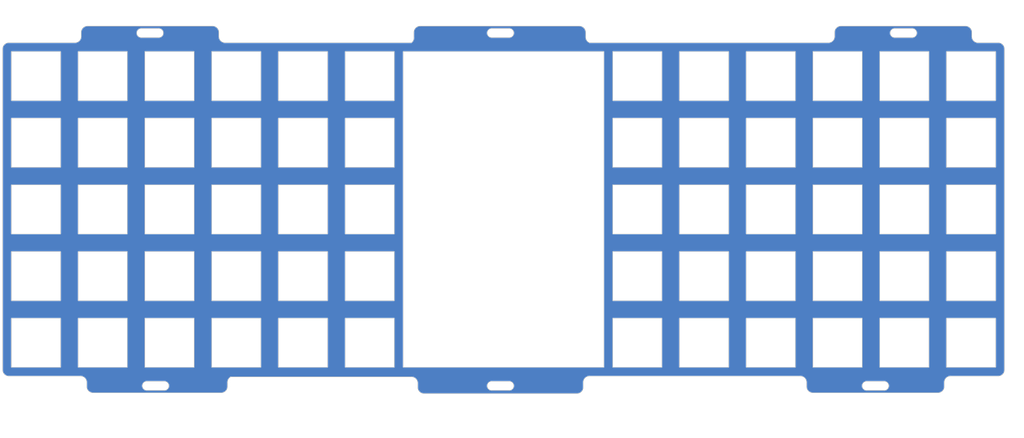
<source format=kicad_pcb>
(kicad_pcb (version 20211014) (generator pcbnew)
  (layers (0 "F.Cu" signal) (31 "B.Cu" signal) (34 "B.Paste" user) (35 "F.Paste" user) (36 "B.SilkS" user "B.Silkscreen") (37 "F.SilkS" user "F.Silkscreen") (38 "B.Mask" user) (39 "F.Mask" user) (44 "Edge.Cuts" user))
  (net 0 "")
  (gr_arc (start 219.760907 48.602419) (mid 219.58117 49.383245) (end 219.078157 50.006925) (layer "Edge.Cuts") (width 0.15))
  (gr_line (start 290.543642 52.507078) (end 290.543642 66.556453) (layer "Edge.Cuts") (width 0.15))
  (gr_line (start 309.594017 90.607238) (end 309.593781 104.656554) (layer "Edge.Cuts") (width 0.15))
  (gr_line (start 352.695059 128.706521) (end 366.744434 128.706341) (layer "Edge.Cuts") (width 0.15))
  (gr_line (start 200.145198 142.756411) (end 200.145198 128.706277) (layer "Edge.Cuts") (width 0.15))
  (gr_line (start 123.944406 71.557158) (end 137.994017 71.557158) (layer "Edge.Cuts") (width 0.15))
  (gr_line (start 276.494503 90.607238) (end 290.543642 90.607238) (layer "Edge.Cuts") (width 0.15))
  (gr_line (start 104.894503 104.656613) (end 104.894503 90.607238) (layer "Edge.Cuts") (width 0.15))
  (gr_line (start 295.544406 123.706693) (end 295.544406 109.657318) (layer "Edge.Cuts") (width 0.15))
  (gr_arc (start 371.12314 147.04202) (mid 371.646247 145.779125) (end 372.909151 145.25602) (layer "Edge.Cuts") (width 0.15))
  (gr_arc (start 219.760907 47.030425) (mid 220.284006 45.767519) (end 221.546907 45.244425) (layer "Edge.Cuts") (width 0.15))
  (gr_line (start 142.994781 142.756411) (end 142.994781 128.70701) (layer "Edge.Cuts") (width 0.15))
  (gr_line (start 118.943642 90.607238) (end 118.943642 104.656613) (layer "Edge.Cuts") (width 0.15))
  (gr_line (start 314.594781 123.706693) (end 314.594781 109.657318) (layer "Edge.Cuts") (width 0.15))
  (gr_arc (start 165.896657 50.006918) (mid 164.632946 49.484259) (end 164.109395 48.220919) (layer "Edge.Cuts") (width 0.15))
  (gr_line (start 118.943642 123.706693) (end 104.894503 123.706693) (layer "Edge.Cuts") (width 0.15))
  (gr_arc (start 222.650157 150.240304) (mid 221.387291 149.717182) (end 220.864157 148.454304) (layer "Edge.Cuts") (width 0.15))
  (gr_line (start 276.494503 109.657318) (end 290.543642 109.657318) (layer "Edge.Cuts") (width 0.15))
  (gr_line (start 314.594781 52.507078) (end 328.644156 52.507078) (layer "Edge.Cuts") (width 0.15))
  (gr_line (start 166.565426 148.229599) (end 166.565426 147.040975) (layer "Edge.Cuts") (width 0.15))
  (gr_line (start 142.994781 109.657318) (end 157.044156 109.657318) (layer "Edge.Cuts") (width 0.15))
  (gr_arc (start 361.978157 45.928818) (mid 363.278182 47.2288) (end 361.978157 48.528818) (layer "Edge.Cuts") (width 0.15))
  (gr_line (start 371.745198 123.706693) (end 371.745198 109.657318) (layer "Edge.Cuts") (width 0.15))
  (gr_line (start 176.094059 123.706516) (end 162.04492 123.706693) (layer "Edge.Cuts") (width 0.15))
  (gr_line (start 276.494503 123.706693) (end 276.494503 109.657318) (layer "Edge.Cuts") (width 0.15))
  (gr_arc (start 380.909157 50.006939) (mid 379.557316 49.537538) (end 378.983959 48.226372) (layer "Edge.Cuts") (width 0.15))
  (gr_line (start 328.644156 109.657318) (end 328.64392 123.706575) (layer "Edge.Cuts") (width 0.15))
  (gr_line (start 347.694295 128.706585) (end 347.694295 142.756411) (layer "Edge.Cuts") (width 0.15))
  (gr_line (start 157.04392 85.606415) (end 142.994781 85.606533) (layer "Edge.Cuts") (width 0.15))
  (gr_line (start 200.145198 71.557158) (end 200.145198 85.606533) (layer "Edge.Cuts") (width 0.15))
  (gr_line (start 118.943642 109.657318) (end 118.943642 123.706693) (layer "Edge.Cuts") (width 0.15))
  (gr_line (start 366.744434 90.607238) (end 366.744198 104.656377) (layer "Edge.Cuts") (width 0.15))
  (gr_line (start 104.182983 50.00691) (end 123.034657 50.006912) (layer "Edge.Cuts") (width 0.15))
  (gr_line (start 214.194573 52.507078) (end 214.194337 66.556158) (layer "Edge.Cuts") (width 0.15))
  (gr_line (start 142.994781 85.606533) (end 142.994781 71.557158) (layer "Edge.Cuts") (width 0.15))
  (gr_arc (start 143.553151 149.33251) (mid 142.253151 148.03251) (end 143.553151 146.73251) (layer "Edge.Cuts") (width 0.15))
  (gr_arc (start 377.19796 45.244445) (mid 378.460863 45.767541) (end 378.983959 47.030445) (layer "Edge.Cuts") (width 0.15))
  (gr_line (start 123.944406 104.656613) (end 123.944406 90.607238) (layer "Edge.Cuts") (width 0.15))
  (gr_line (start 176.094295 128.706585) (end 176.094295 142.756411) (layer "Edge.Cuts") (width 0.15))
  (gr_line (start 276.494503 128.707498) (end 290.543642 128.707118) (layer "Edge.Cuts") (width 0.15))
  (gr_line (start 195.144434 71.557158) (end 195.144198 85.606297) (layer "Edge.Cuts") (width 0.15))
  (gr_line (start 241.978157 48.528785) (end 246.978157 48.528785) (layer "Edge.Cuts") (width 0.15))
  (gr_arc (start 219.078151 145.479681) (mid 220.341082 146.00277) (end 220.864157 147.265681) (layer "Edge.Cuts") (width 0.15))
  (gr_line (start 341.619157 45.244441) (end 377.19796 45.244445) (layer "Edge.Cuts") (width 0.15))
  (gr_line (start 181.095059 104.656613) (end 181.095059 90.607238) (layer "Edge.Cuts") (width 0.15))
  (gr_line (start 276.494503 142.756411) (end 276.494503 128.707498) (layer "Edge.Cuts") (width 0.15))
  (gr_line (start 295.544406 90.607238) (end 309.594017 90.607238) (layer "Edge.Cuts") (width 0.15))
  (gr_line (start 137.994017 90.607238) (end 137.993781 104.656554) (layer "Edge.Cuts") (width 0.15))
  (gr_line (start 176.094059 66.556276) (end 162.04492 66.556453) (layer "Edge.Cuts") (width 0.15))
  (gr_line (start 118.943642 142.756411) (end 104.894503 142.756411) (layer "Edge.Cuts") (width 0.15))
  (gr_line (start 290.543642 66.556453) (end 276.494503 66.556453) (layer "Edge.Cuts") (width 0.15))
  (gr_line (start 385.794573 128.706097) (end 385.794573 142.756411) (layer "Edge.Cuts") (width 0.15))
  (gr_line (start 276.494503 104.656613) (end 276.494503 90.607238) (layer "Edge.Cuts") (width 0.15))
  (gr_arc (start 146.965657 45.928785) (mid 148.265657 47.228785) (end 146.965657 48.528785) (layer "Edge.Cuts") (width 0.15))
  (gr_arc (start 104.182928 145.2531) (mid 102.920063 144.730003) (end 102.396894 143.467169) (layer "Edge.Cuts") (width 0.15))
  (gr_line (start 141.965657 45.928785) (end 146.965657 45.928785) (layer "Edge.Cuts") (width 0.15))
  (gr_line (start 195.144434 52.507078) (end 195.144198 66.556217) (layer "Edge.Cuts") (width 0.15))
  (gr_line (start 181.095059 90.607238) (end 195.144434 90.607238) (layer "Edge.Cuts") (width 0.15))
  (gr_line (start 157.04392 104.656495) (end 142.994781 104.656613) (layer "Edge.Cuts") (width 0.15))
  (gr_arc (start 356.978157 48.528818) (mid 355.678182 47.2288) (end 356.978157 45.928818) (layer "Edge.Cuts") (width 0.15))
  (gr_line (start 371.745198 90.607238) (end 385.794573 90.607238) (layer "Edge.Cuts") (width 0.15))
  (gr_line (start 123.944406 85.606533) (end 123.944406 71.557158) (layer "Edge.Cuts") (width 0.15))
  (gr_line (start 295.544406 85.606533) (end 295.544406 71.557158) (layer "Edge.Cuts") (width 0.15))
  (gr_line (start 347.694295 142.756411) (end 333.64492 142.756411) (layer "Edge.Cuts") (width 0.15))
  (gr_line (start 333.61914 150.01559) (end 369.33714 150.01559) (layer "Edge.Cuts") (width 0.15))
  (gr_line (start 137.993781 123.706634) (end 123.944406 123.706693) (layer "Edge.Cuts") (width 0.15))
  (gr_line (start 157.044156 109.657318) (end 157.04392 123.706575) (layer "Edge.Cuts") (width 0.15))
  (gr_line (start 356.978157 45.928818) (end 361.978157 45.928818) (layer "Edge.Cuts") (width 0.15))
  (gr_arc (start 241.978157 48.528785) (mid 240.678215 47.2288) (end 241.978157 45.928785) (layer "Edge.Cuts") (width 0.15))
  (gr_arc (start 339.833157 47.030441) (mid 340.356247 45.767507) (end 341.619157 45.244441) (layer "Edge.Cuts") (width 0.15))
  (gr_line (start 352.695059 142.756411) (end 352.695059 128.706521) (layer "Edge.Cuts") (width 0.15))
  (gr_line (start 221.546907 45.244425) (end 266.996759 45.244431) (layer "Edge.Cuts") (width 0.15))
  (gr_line (start 142.994781 71.557158) (end 157.044156 71.557158) (layer "Edge.Cuts") (width 0.15))
  (gr_line (start 333.64492 123.706693) (end 333.64492 109.657318) (layer "Edge.Cuts") (width 0.15))
  (gr_line (start 290.543642 85.606533) (end 276.494503 85.606533) (layer "Edge.Cuts") (width 0.15))
  (gr_arc (start 141.965657 48.528785) (mid 140.665657 47.228785) (end 141.965657 45.928785) (layer "Edge.Cuts") (width 0.15))
  (gr_line (start 195.144434 109.657318) (end 195.144198 123.706457) (layer "Edge.Cuts") (width 0.15))
  (gr_line (start 290.543642 90.607238) (end 290.543642 104.656613) (layer "Edge.Cuts") (width 0.15))
  (gr_line (start 314.594781 66.556453) (end 314.594781 52.507078) (layer "Edge.Cuts") (width 0.15))
  (gr_line (start 200.145198 123.706693) (end 200.145198 109.657318) (layer "Edge.Cuts") (width 0.15))
  (gr_line (start 328.644156 128.70683) (end 328.644156 142.756411) (layer "Edge.Cuts") (width 0.15))
  (gr_line (start 200.145198 90.607238) (end 214.194573 90.607238) (layer "Edge.Cuts") (width 0.15))
  (gr_line (start 104.894503 66.556453) (end 104.894503 52.507078) (layer "Edge.Cuts") (width 0.15))
  (gr_line (start 104.894503 90.607238) (end 118.943642 90.607238) (layer "Edge.Cuts") (width 0.15))
  (gr_line (start 137.994017 128.707074) (end 137.994017 142.756411) (layer "Edge.Cuts") (width 0.15))
  (gr_line (start 290.543642 142.756411) (end 276.494503 142.756411) (layer "Edge.Cuts") (width 0.15))
  (gr_line (start 268.09214 148.454304) (end 268.09214 147.04121) (layer "Edge.Cuts") (width 0.15))
  (gr_line (start 214.194337 85.606238) (end 200.145198 85.606533) (layer "Edge.Cuts") (width 0.15))
  (gr_line (start 385.794337 66.556158) (end 371.745198 66.556453) (layer "Edge.Cuts") (width 0.15))
  (gr_line (start 141.965657 48.528785) (end 146.965657 48.528785) (layer "Edge.Cuts") (width 0.15))
  (gr_line (start 142.994781 66.556453) (end 142.994781 52.507078) (layer "Edge.Cuts") (width 0.15))
  (gr_line (start 157.04392 123.706575) (end 142.994781 123.706693) (layer "Edge.Cuts") (width 0.15))
  (gr_line (start 333.64492 90.607238) (end 347.694295 90.607238) (layer "Edge.Cuts") (width 0.15))
  (gr_arc (start 386.507842 50.00691) (mid 387.770771 50.530058) (end 388.293932 51.793) (layer "Edge.Cuts") (width 0.15))
  (gr_line (start 162.04492 123.706693) (end 162.04492 109.657318) (layer "Edge.Cuts") (width 0.15))
  (gr_line (start 195.144198 123.706457) (end 181.095059 123.706693) (layer "Edge.Cuts") (width 0.15))
  (gr_line (start 333.64492 128.706766) (end 347.694295 128.706585) (layer "Edge.Cuts") (width 0.15))
  (gr_line (start 241.978151 146.735469) (end 246.978151 146.735469) (layer "Edge.Cuts") (width 0.15))
  (gr_line (start 214.194337 104.656318) (end 200.145198 104.656613) (layer "Edge.Cuts") (width 0.15))
  (gr_line (start 118.943642 52.507078) (end 118.943642 66.556453) (layer "Edge.Cuts") (width 0.15))
  (gr_line (start 371.745198 109.657318) (end 385.794573 109.657318) (layer "Edge.Cuts") (width 0.15))
  (gr_line (start 347.694059 66.556276) (end 333.64492 66.556453) (layer "Edge.Cuts") (width 0.15))
  (gr_line (start 181.095059 123.706693) (end 181.095059 109.657318) (layer "Edge.Cuts") (width 0.15))
  (gr_line (start 385.794573 109.657318) (end 385.794337 123.706398) (layer "Edge.Cuts") (width 0.15))
  (gr_line (start 339.833157 47.030441) (end 339.833157 48.22094) (layer "Edge.Cuts") (width 0.15))
  (gr_line (start 314.594781 142.756411) (end 314.594781 128.70701) (layer "Edge.Cuts") (width 0.15))
  (gr_line (start 123.944406 52.507078) (end 137.994017 52.507078) (layer "Edge.Cuts") (width 0.15))
  (gr_line (start 167.484151 145.479684) (end 219.078151 145.479681) (layer "Edge.Cuts") (width 0.15))
  (gr_arc (start 241.978151 149.335469) (mid 240.678151 148.03547) (end 241.978151 146.735469) (layer "Edge.Cuts") (width 0.15))
  (gr_line (start 195.144198 66.556217) (end 181.095059 66.556453) (layer "Edge.Cuts") (width 0.15))
  (gr_line (start 137.994017 109.657318) (end 137.993781 123.706634) (layer "Edge.Cuts") (width 0.15))
  (gr_line (start 162.04492 90.607238) (end 176.094295 90.607238) (layer "Edge.Cuts") (width 0.15))
  (gr_line (start 309.594017 71.557158) (end 309.593781 85.606474) (layer "Edge.Cuts") (width 0.15))
  (gr_line (start 104.894503 71.557158) (end 118.943642 71.557158) (layer "Edge.Cuts") (width 0.15))
  (gr_line (start 200.145198 71.557158) (end 214.194573 71.557158) (layer "Edge.Cuts") (width 0.15))
  (gr_line (start 276.494503 52.507078) (end 290.543642 52.507078) (layer "Edge.Cuts") (width 0.15))
  (gr_line (start 273.996901 52.507078) (end 273.996901 142.756411) (layer "Edge.Cuts") (width 0.15))
  (gr_arc (start 339.833157 48.22094) (mid 339.310033 49.483792) (end 338.047157 50.00694) (layer "Edge.Cuts") (width 0.15))
  (gr_line (start 331.83314 148.22959) (end 331.83314 147.041582) (layer "Edge.Cuts") (width 0.15))
  (gr_line (start 309.594017 128.707074) (end 309.594017 142.756411) (layer "Edge.Cuts") (width 0.15))
  (gr_line (start 352.695059 71.557158) (end 366.744434 71.557158) (layer "Edge.Cuts") (width 0.15))
  (gr_line (start 214.194337 123.706398) (end 200.145198 123.706693) (layer "Edge.Cuts") (width 0.15))
  (gr_line (start 137.993781 66.556394) (end 123.944406 66.556453) (layer "Edge.Cuts") (width 0.15))
  (gr_line (start 333.64492 104.656613) (end 333.64492 90.607238) (layer "Edge.Cuts") (width 0.15))
  (gr_line (start 348.978151 146.738714) (end 353.978151 146.738714) (layer "Edge.Cuts") (width 0.15))
  (gr_line (start 366.744434 128.706341) (end 366.744434 142.756411) (layer "Edge.Cuts") (width 0.15))
  (gr_line (start 385.794573 52.507078) (end 385.794337 66.556158) (layer "Edge.Cuts") (width 0.15))
  (gr_line (start 137.993781 85.606474) (end 123.944406 85.606533) (layer "Edge.Cuts") (width 0.15))
  (gr_arc (start 269.878157 50.006932) (mid 269.081647 49.348878) (end 268.782758 48.359854) (layer "Edge.Cuts") (width 0.15))
  (gr_line (start 309.593781 66.556394) (end 295.544406 66.556453) (layer "Edge.Cuts") (width 0.15))
  (gr_line (start 200.145198 66.556453) (end 200.145198 52.507078) (layer "Edge.Cuts") (width 0.15))
  (gr_line (start 137.994017 71.557158) (end 137.993781 85.606474) (layer "Edge.Cuts") (width 0.15))
  (gr_arc (start 330.047151 145.255582) (mid 331.310017 145.778706) (end 331.83314 147.041582) (layer "Edge.Cuts") (width 0.15))
  (gr_line (start 123.944406 123.706693) (end 123.944406 109.657318) (layer "Edge.Cuts") (width 0.15))
  (gr_line (start 309.593781 85.606474) (end 295.544406 85.606533) (layer "Edge.Cuts") (width 0.15))
  (gr_line (start 142.994781 104.656613) (end 142.994781 90.607238) (layer "Edge.Cuts") (width 0.15))
  (gr_line (start 371.745198 128.706277) (end 385.794573 128.706097) (layer "Edge.Cuts") (width 0.15))
  (gr_line (start 309.594017 142.756411) (end 295.544406 142.756411) (layer "Edge.Cuts") (width 0.15))
  (gr_line (start 200.145198 52.507078) (end 214.194573 52.507078) (layer "Edge.Cuts") (width 0.15))
  (gr_line (start 181.095059 109.657318) (end 195.144434 109.657318) (layer "Edge.Cuts") (width 0.15))
  (gr_line (start 216.693932 52.507078) (end 273.996901 52.507078) (layer "Edge.Cuts") (width 0.15))
  (gr_line (start 200.145198 109.657318) (end 214.194573 109.657318) (layer "Edge.Cuts") (width 0.15))
  (gr_line (start 333.64492 71.557158) (end 347.694295 71.557158) (layer "Edge.Cuts") (width 0.15))
  (gr_line (start 366.744198 104.656377) (end 352.695059 104.656613) (layer "Edge.Cuts") (width 0.15))
  (gr_line (start 371.745198 85.606533) (end 371.745198 71.557158) (layer "Edge.Cuts") (width 0.15))
  (gr_line (start 137.994017 52.507078) (end 137.993781 66.556394) (layer "Edge.Cuts") (width 0.15))
  (gr_line (start 142.994781 52.507078) (end 157.044156 52.507078) (layer "Edge.Cuts") (width 0.15))
  (gr_line (start 371.745198 66.556453) (end 371.745198 52.507078) (layer "Edge.Cuts") (width 0.15))
  (gr_line (start 333.64492 66.556453) (end 333.64492 52.507078) (layer "Edge.Cuts") (width 0.15))
  (gr_line (start 352.695059 52.507078) (end 366.744434 52.507078) (layer "Edge.Cuts") (width 0.15))
  (gr_line (start 328.644156 90.607238) (end 328.64392 104.656495) (layer "Edge.Cuts") (width 0.15))
  (gr_line (start 157.044156 71.557158) (end 157.04392 85.606415) (layer "Edge.Cuts") (width 0.15))
  (gr_line (start 142.994781 123.706693) (end 142.994781 109.657318) (layer "Edge.Cuts") (width 0.15))
  (gr_arc (start 371.12314 148.22959) (mid 370.600039 149.492503) (end 369.33714 150.01559) (layer "Edge.Cuts") (width 0.15))
  (gr_line (start 276.494503 85.606533) (end 276.494503 71.557158) (layer "Edge.Cuts") (width 0.15))
  (gr_line (start 176.094295 52.507078) (end 176.094059 66.556276) (layer "Edge.Cuts") (width 0.15))
  (gr_line (start 214.194573 71.557158) (end 214.194337 85.606238) (layer "Edge.Cuts") (width 0.15))
  (gr_line (start 214.194573 142.756411) (end 200.145198 142.756411) (layer "Edge.Cuts") (width 0.15))
  (gr_line (start 102.396895 143.467169) (end 102.396907 51.792996) (layer "Edge.Cuts") (width 0.15))
  (gr_line (start 162.04492 142.756411) (end 162.04492 128.706766) (layer "Edge.Cuts") (width 0.15))
  (gr_line (start 366.744434 52.507078) (end 366.744198 66.556217) (layer "Edge.Cuts") (width 0.15))
  (gr_arc (start 124.622151 145.253741) (mid 125.885013 145.776865) (end 126.408104 147.03974) (layer "Edge.Cuts") (width 0.15))
  (gr_line (start 347.694059 123.706516) (end 333.64492 123.706693) (layer "Edge.Cuts") (width 0.15))
  (gr_line (start 123.944406 142.756411) (end 123.944406 128.707074) (layer "Edge.Cuts") (width 0.15))
  (gr_line (start 366.744198 85.606297) (end 352.695059 85.606533) (layer "Edge.Cuts") (width 0.15))
  (gr_line (start 142.994781 128.70701) (end 157.044156 128.70683) (layer "Edge.Cuts") (width 0.15))
  (gr_line (start 385.794573 71.557158) (end 385.794337 85.606238) (layer "Edge.Cuts") (width 0.15))
  (gr_line (start 314.594781 90.607238) (end 328.644156 90.607238) (layer "Edge.Cuts") (width 0.15))
  (gr_line (start 366.744198 123.706457) (end 352.695059 123.706693) (layer "Edge.Cuts") (width 0.15))
  (gr_line (start 195.144434 128.706341) (end 195.144434 142.756411) (layer "Edge.Cuts") (width 0.15))
  (gr_line (start 333.64492 109.657318) (end 347.694295 109.657318) (layer "Edge.Cuts") (width 0.15))
  (gr_line (start 356.978157 48.528818) (end 361.978157 48.528818) (layer "Edge.Cuts") (width 0.15))
  (gr_line (start 123.944406 128.707074) (end 137.994017 128.707074) (layer "Edge.Cuts") (width 0.15))
  (gr_line (start 378.983959 47.030445) (end 378.983959 48.226372) (layer "Edge.Cuts") (width 0.15))
  (gr_line (start 385.794337 85.606238) (end 371.745198 85.606533) (layer "Edge.Cuts") (width 0.15))
  (gr_line (start 333.64492 52.507078) (end 347.694295 52.507078) (layer "Edge.Cuts") (width 0.15))
  (gr_line (start 276.494503 71.557158) (end 290.543642 71.557158) (layer "Edge.Cuts") (width 0.15))
  (gr_line (start 295.544406 52.507078) (end 309.594017 52.507078) (layer "Edge.Cuts") (width 0.15))
  (gr_line (start 200.145198 128.706277) (end 214.194573 128.706097) (layer "Edge.Cuts") (width 0.15))
  (gr_line (start 162.04492 52.507078) (end 176.094295 52.507078) (layer "Edge.Cuts") (width 0.15))
  (gr_line (start 328.64392 85.606415) (end 314.594781 85.606533) (layer "Edge.Cuts") (width 0.15))
  (gr_line (start 123.944406 142.756411) (end 137.994017 142.756411) (layer "Edge.Cuts") (width 0.15))
  (gr_line (start 162.04492 104.656613) (end 162.04492 90.607238) (layer "Edge.Cuts") (width 0.15))
  (gr_line (start 104.894503 109.657318) (end 118.943642 109.657318) (layer "Edge.Cuts") (width 0.15))
  (gr_line (start 352.695059 90.607238) (end 366.744434 90.607238) (layer "Edge.Cuts") (width 0.15))
  (gr_arc (start 102.396901 51.792996) (mid 102.920033 50.530043) (end 104.182983 50.006904) (layer "Edge.Cuts") (width 0.15))
  (gr_arc (start 388.293931 143.470299) (mid 387.770782 144.733289) (end 386.507789 145.256372) (layer "Edge.Cuts") (width 0.15))
  (gr_line (start 295.544406 128.707118) (end 309.594017 128.707074) (layer "Edge.Cuts") (width 0.15))
  (gr_arc (start 333.61914 150.01559) (mid 332.356225 149.492496) (end 331.83314 148.22959) (layer "Edge.Cuts") (width 0.15))
  (gr_line (start 123.944406 90.607238) (end 137.994017 90.607238) (layer "Edge.Cuts") (width 0.15))
  (gr_line (start 104.894503 85.606533) (end 104.894503 71.557158) (layer "Edge.Cuts") (width 0.15))
  (gr_line (start 347.694059 104.656436) (end 333.64492 104.656613) (layer "Edge.Cuts") (width 0.15))
  (gr_line (start 123.944406 66.556453) (end 123.944406 52.507078) (layer "Edge.Cuts") (width 0.15))
  (gr_line (start 328.64392 104.656495) (end 314.594781 104.656613) (layer "Edge.Cuts") (width 0.15))
  (gr_line (start 352.695059 85.606533) (end 352.695059 71.557158) (layer "Edge.Cuts") (width 0.15))
  (gr_line (start 118.943642 142.756411) (end 118.943642 128.707498) (layer "Edge.Cuts") (width 0.15))
  (gr_line (start 162.04492 71.557158) (end 176.094295 71.557158) (layer "Edge.Cuts") (width 0.15))
  (gr_line (start 371.745198 52.507078) (end 385.794573 52.507078) (layer "Edge.Cuts") (width 0.15))
  (gr_line (start 118.943642 85.606533) (end 104.894503 85.606533) (layer "Edge.Cuts") (width 0.15))
  (gr_line (start 366.744434 109.657318) (end 366.744198 123.706457) (layer "Edge.Cuts") (width 0.15))
  (gr_line (start 162.04492 66.556453) (end 162.04492 52.507078) (layer "Edge.Cuts") (width 0.15))
  (gr_line (start 176.094295 71.557158) (end 176.094059 85.606356) (layer "Edge.Cuts") (width 0.15))
  (gr_arc (start 348.978151 149.338714) (mid 347.678186 148.0387) (end 348.978151 146.738714) (layer "Edge.Cuts") (width 0.15))
  (gr_line (start 273.996901 142.756411) (end 216.693931 142.756411) (layer "Edge.Cuts") (width 0.15))
  (gr_line (start 290.543642 71.557158) (end 290.543642 85.606533) (layer "Edge.Cuts") (width 0.15))
  (gr_line (start 290.543642 142.756411) (end 290.543642 128.707118) (layer "Edge.Cuts") (width 0.15))
  (gr_line (start 143.553151 146.73251) (end 148.553151 146.73251) (layer "Edge.Cuts") (width 0.15))
  (gr_arc (start 166.565426 148.229599) (mid 166.042319 149.492491) (end 164.779426 150.015599) (layer "Edge.Cuts") (width 0.15))
  (gr_line (start 372.909151 145.25602) (end 386.507789 145.256372) (layer "Edge.Cuts") (width 0.15))
  (gr_line (start 333.64492 85.606533) (end 333.64492 71.557158) (layer "Edge.Cuts") (width 0.15))
  (gr_line (start 352.695059 123.706693) (end 352.695059 109.657318) (layer "Edge.Cuts") (width 0.15))
  (gr_line (start 216.693931 142.756411) (end 216.693932 52.507078) (layer "Edge.Cuts") (width 0.15))
  (gr_arc (start 148.553151 146.73251) (mid 149.853151 148.03251) (end 148.553151 149.33251) (layer "Edge.Cuts") (width 0.15))
  (gr_line (start 214.194573 109.657318) (end 214.194337 123.706398) (layer "Edge.Cuts") (width 0.15))
  (gr_line (start 314.594781 71.557158) (end 328.644156 71.557158) (layer "Edge.Cuts") (width 0.15))
  (gr_arc (start 124.820657 47.030413) (mid 125.343764 45.76752) (end 126.606657 45.244413) (layer "Edge.Cuts") (width 0.15))
  (gr_arc (start 353.978151 146.738714) (mid 355.278186 148.0387) (end 353.978151 149.338714) (layer "Edge.Cuts") (width 0.15))
  (gr_line (start 371.12314 148.22959) (end 371.12314 147.04202) (layer "Edge.Cuts") (width 0.15))
  (gr_line (start 104.894503 142.756411) (end 104.894503 128.707498) (layer "Edge.Cuts") (width 0.15))
  (gr_line (start 380.909157 50.006939) (end 386.507842 50.00691) (layer "Edge.Cuts") (width 0.15))
  (gr_line (start 347.694295 71.557158) (end 347.694059 85.606356) (layer "Edge.Cuts") (width 0.15))
  (gr_arc (start 124.820657 48.220912) (mid 124.297549 49.483804) (end 123.034657 50.006912) (layer "Edge.Cuts") (width 0.15))
  (gr_line (start 195.144198 85.606297) (end 181.095059 85.606533) (layer "Edge.Cuts") (width 0.15))
  (gr_line (start 126.606657 45.244413) (end 162.323395 45.244418) (layer "Edge.Cuts") (width 0.15))
  (gr_line (start 162.04492 85.606533) (end 162.04492 71.557158) (layer "Edge.Cuts") (width 0.15))
  (gr_line (start 220.864157 148.454304) (end 220.864157 147.265681) (layer "Edge.Cuts") (width 0.15))
  (gr_line (start 157.04392 66.556335) (end 142.994781 66.556453) (layer "Edge.Cuts") (width 0.15))
  (gr_line (start 385.794337 123.706398) (end 371.745198 123.706693) (layer "Edge.Cuts") (width 0.15))
  (gr_line (start 371.745198 142.756411) (end 371.745198 128.706277) (layer "Edge.Cuts") (width 0.15))
  (gr_arc (start 162.323395 45.244418) (mid 163.586292 45.767523) (end 164.109395 47.030418) (layer "Edge.Cuts") (width 0.15))
  (gr_line (start 328.64392 66.556335) (end 314.594781 66.556453) (layer "Edge.Cuts") (width 0.15))
  (gr_line (start 371.745198 104.656613) (end 371.745198 90.607238) (layer "Edge.Cuts") (width 0.15))
  (gr_line (start 165.896657 50.006918) (end 219.078157 50.006925) (layer "Edge.Cuts") (width 0.15))
  (gr_line (start 328.644156 71.557158) (end 328.64392 85.606415) (layer "Edge.Cuts") (width 0.15))
  (gr_line (start 104.894503 123.706693) (end 104.894503 109.657318) (layer "Edge.Cuts") (width 0.15))
  (gr_line (start 104.182928 145.253099) (end 124.622151 145.253741) (layer "Edge.Cuts") (width 0.15))
  (gr_line (start 214.194573 90.607238) (end 214.194337 104.656318) (layer "Edge.Cuts") (width 0.15))
  (gr_line (start 241.978157 45.928785) (end 246.978157 45.928785) (layer "Edge.Cuts") (width 0.15))
  (gr_arc (start 266.996759 45.244431) (mid 268.259667 45.767526) (end 268.782758 47.030431) (layer "Edge.Cuts") (width 0.15))
  (gr_line (start 214.194337 66.556158) (end 200.145198 66.556453) (layer "Edge.Cuts") (width 0.15))
  (gr_arc (start 246.978151 146.735469) (mid 248.278231 148.0355) (end 246.978151 149.335469) (layer "Edge.Cuts") (width 0.15))
  (gr_line (start 157.044156 52.507078) (end 157.04392 66.556335) (layer "Edge.Cuts") (width 0.15))
  (gr_line (start 328.644156 142.756411) (end 314.594781 142.756411) (layer "Edge.Cuts") (width 0.15))
  (gr_line (start 295.544406 104.656613) (end 295.544406 90.607238) (layer "Edge.Cuts") (width 0.15))
  (gr_line (start 143.553151 149.33251) (end 148.553151 149.33251) (layer "Edge.Cuts") (width 0.15))
  (gr_line (start 295.544406 109.657318) (end 309.594017 109.657318) (layer "Edge.Cuts") (width 0.15))
  (gr_line (start 181.095059 85.606533) (end 181.095059 71.557158) (layer "Edge.Cuts") (width 0.15))
  (gr_arc (start 246.978157 45.928785) (mid 248.278215 47.2288) (end 246.978157 48.528785) (layer "Edge.Cuts") (width 0.15))
  (gr_line (start 366.744434 71.557158) (end 366.744198 85.606297) (layer "Edge.Cuts") (width 0.15))
  (gr_line (start 385.794573 90.607238) (end 385.794337 104.656318) (layer "Edge.Cuts") (width 0.15))
  (gr_line (start 118.943642 66.556453) (end 104.894503 66.556453) (layer "Edge.Cuts") (width 0.15))
  (gr_line (start 295.544406 71.557158) (end 309.594017 71.557158) (layer "Edge.Cuts") (width 0.15))
  (gr_arc (start 268.09214 147.04121) (mid 268.61525 145.778321) (end 269.878151 145.25521) (layer "Edge.Cuts") (width 0.15))
  (gr_line (start 309.593781 104.656554) (end 295.544406 104.656613) (layer "Edge.Cuts") (width 0.15))
  (gr_line (start 124.820657 47.030413) (end 124.820657 48.220912) (layer "Edge.Cuts") (width 0.15))
  (gr_line (start 118.943642 104.656613) (end 104.894503 104.656613) (layer "Edge.Cuts") (width 0.15))
  (gr_line (start 195.144434 142.756411) (end 181.095059 142.756411) (layer "Edge.Cuts") (width 0.15))
  (gr_line (start 333.64492 142.756411) (end 333.64492 128.706766) (layer "Edge.Cuts") (width 0.15))
  (gr_line (start 176.094295 142.756411) (end 162.04492 142.756411) (layer "Edge.Cuts") (width 0.15))
  (gr_line (start 162.04492 109.657318) (end 176.094295 109.657318) (layer "Edge.Cuts") (width 0.15))
  (gr_line (start 314.594781 85.606533) (end 314.594781 71.557158) (layer "Edge.Cuts") (width 0.15))
  (gr_line (start 347.694295 109.657318) (end 347.694059 123.706516) (layer "Edge.Cuts") (width 0.15))
  (gr_line (start 268.782758 47.030431) (end 268.782758 48.359854) (layer "Edge.Cuts") (width 0.15))
  (gr_line (start 352.695059 66.556453) (end 352.695059 52.507078) (layer "Edge.Cuts") (width 0.15))
  (gr_line (start 241.978151 149.335469) (end 246.978151 149.335469) (layer "Edge.Cuts") (width 0.15))
  (gr_line (start 309.593781 123.706634) (end 295.544406 123.706693) (layer "Edge.Cuts") (width 0.15))
  (gr_line (start 309.594017 109.657318) (end 309.593781 123.706634) (layer "Edge.Cuts") (width 0.15))
  (gr_line (start 162.04492 128.706766) (end 176.094295 128.706585) (layer "Edge.Cuts") (width 0.15))
  (gr_line (start 118.943642 71.557158) (end 118.943642 85.606533) (layer "Edge.Cuts") (width 0.15))
  (gr_line (start 348.978151 149.338714) (end 353.978151 149.338714) (layer "Edge.Cuts") (width 0.15))
  (gr_line (start 328.64392 123.706575) (end 314.594781 123.706693) (layer "Edge.Cuts") (width 0.15))
  (gr_line (start 195.144198 104.656377) (end 181.095059 104.656613) (layer "Edge.Cuts") (width 0.15))
  (gr_arc (start 128.194104 150.015599) (mid 126.931211 149.492492) (end 126.408104 148.229599) (layer "Edge.Cuts") (width 0.15))
  (gr_line (start 366.744198 66.556217) (end 352.695059 66.556453) (layer "Edge.Cuts") (width 0.15))
  (gr_line (start 176.094295 109.657318) (end 176.094059 123.706516) (layer "Edge.Cuts") (width 0.15))
  (gr_line (start 157.044156 90.607238) (end 157.04392 104.656495) (layer "Edge.Cuts") (width 0.15))
  (gr_line (start 309.594017 52.507078) (end 309.593781 66.556394) (layer "Edge.Cuts") (width 0.15))
  (gr_line (start 157.044156 128.70683) (end 157.044156 142.756411) (layer "Edge.Cuts") (width 0.15))
  (gr_line (start 200.145198 104.656613) (end 200.145198 90.607238) (layer "Edge.Cuts") (width 0.15))
  (gr_line (start 385.794337 104.656318) (end 371.745198 104.656613) (layer "Edge.Cuts") (width 0.15))
  (gr_line (start 385.794573 142.756411) (end 371.745198 142.756411) (layer "Edge.Cuts") (width 0.15))
  (gr_line (start 176.094059 104.656436) (end 162.04492 104.656613) (layer "Edge.Cuts") (width 0.15))
  (gr_line (start 347.694295 52.507078) (end 347.694059 66.556276) (layer "Edge.Cuts") (width 0.15))
  (gr_line (start 314.594781 104.656613) (end 314.594781 90.607238) (layer "Edge.Cuts") (width 0.15))
  (gr_line (start 181.095059 142.756411) (end 181.095059 128.706521) (layer "Edge.Cuts") (width 0.15))
  (gr_line (start 104.894503 128.707498) (end 118.943642 128.707498) (layer "Edge.Cuts") (width 0.15))
  (gr_line (start 142.994781 90.607238) (end 157.044156 90.607238) (layer "Edge.Cuts") (width 0.15))
  (gr_line (start 290.543642 104.656613) (end 276.494503 104.656613) (layer "Edge.Cuts") (width 0.15))
  (gr_line (start 214.194573 128.706097) (end 214.194573 142.756411) (layer "Edge.Cuts") (width 0.15))
  (gr_line (start 388.293932 51.793) (end 388.293931 143.470299) (layer "Edge.Cuts") (width 0.15))
  (gr_line (start 269.878157 50.006932) (end 338.047157 50.00694) (layer "Edge.Cuts") (width 0.15))
  (gr_arc (start 268.09214 148.454304) (mid 267.569034 149.717208) (end 266.30614 150.240304) (layer "Edge.Cuts") (width 0.15))
  (gr_line (start 195.144434 90.607238) (end 195.144198 104.656377) (layer "Edge.Cuts") (width 0.15))
  (gr_line (start 164.109395 47.030418) (end 164.109395 48.220919) (layer "Edge.Cuts") (width 0.15))
  (gr_line (start 137.993781 104.656554) (end 123.944406 104.656613) (layer "Edge.Cuts") (width 0.15))
  (gr_line (start 352.695059 104.656613) (end 352.695059 90.607238) (layer "Edge.Cuts") (width 0.15))
  (gr_line (start 181.095059 66.556453) (end 181.095059 52.507078) (layer "Edge.Cuts") (width 0.15))
  (gr_line (start 222.650157 150.240304) (end 266.30614 150.240304) (layer "Edge.Cuts") (width 0.15))
  (gr_line (start 181.095059 128.706521) (end 195.144434 128.706341) (layer "Edge.Cuts") (width 0.15))
  (gr_line (start 269.878151 145.25521) (end 330.047151 145.255582) (layer "Edge.Cuts") (width 0.15))
  (gr_line (start 314.594781 128.70701) (end 328.644156 128.70683) (layer "Edge.Cuts") (width 0.15))
  (gr_line (start 352.695059 109.657318) (end 366.744434 109.657318) (layer "Edge.Cuts") (width 0.15))
  (gr_line (start 176.094059 85.606356) (end 162.04492 85.606533) (layer "Edge.Cuts") (width 0.15))
  (gr_line (start 128.194104 150.015599) (end 164.779426 150.015599) (layer "Edge.Cuts") (width 0.15))
  (gr_line (start 295.544406 128.707118) (end 295.544406 142.756411) (layer "Edge.Cuts") (width 0.15))
  (gr_line (start 219.760907 47.030425) (end 219.760907 48.602419) (layer "Edge.Cuts") (width 0.15))
  (gr_line (start 295.544406 66.556453) (end 295.544406 52.507078) (layer "Edge.Cuts") (width 0.15))
  (gr_line (start 366.744434 142.756411) (end 352.695059 142.756411) (layer "Edge.Cuts") (width 0.15))
  (gr_line (start 181.095059 52.507078) (end 195.144434 52.507078) (layer "Edge.Cuts") (width 0.15))
  (gr_line (start 276.494503 66.556453) (end 276.494503 52.507078) (layer "Edge.Cuts") (width 0.15))
  (gr_line (start 104.894503 52.507078) (end 118.943642 52.507078) (layer "Edge.Cuts") (width 0.15))
  (gr_line (start 328.644156 52.507078) (end 328.64392 66.556335) (layer "Edge.Cuts") (width 0.15))
  (gr_line (start 126.408104 148.229599) (end 126.408104 147.03974) (layer "Edge.Cuts") (width 0.15))
  (gr_line (start 347.694295 90.607238) (end 347.694059 104.656436) (layer "Edge.Cuts") (width 0.15))
  (gr_line (start 290.543642 123.706693) (end 276.494503 123.706693) (layer "Edge.Cuts") (width 0.15))
  (gr_line (start 176.094295 90.607238) (end 176.094059 104.656436) (layer "Edge.Cuts") (width 0.15))
  (gr_line (start 123.944406 109.657318) (end 137.994017 109.657318) (layer "Edge.Cuts") (width 0.15))
  (gr_line (start 371.745198 71.557158) (end 385.794573 71.557158) (layer "Edge.Cuts") (width 0.15))
  (gr_line (start 290.543642 109.657318) (end 290.543642 123.706693) (layer "Edge.Cuts") (width 0.15))
  (gr_line (start 314.594781 109.657318) (end 328.644156 109.657318) (layer "Edge.Cuts") (width 0.15))
  (gr_line (start 181.095059 71.557158) (end 195.144434 71.557158) (layer "Edge.Cuts") (width 0.15))
  (gr_line (start 347.694059 85.606356) (end 333.64492 85.606533) (layer "Edge.Cuts") (width 0.15))
  (gr_line (start 157.044156 142.756411) (end 142.994781 142.756411) (layer "Edge.Cuts") (width 0.15))
  (gr_arc (start 166.565426 147.040975) (mid 166.81216 146.135216) (end 167.484151 145.479684) (layer "Edge.Cuts") (width 0.15))
  (zone (net 0) (net_name "") (layers F&B.Cu) (connect_pads (clearance 0)) (min_thickness 0.254) (fill yes (thermal_gap 0.508) (thermal_bridge_width 0.508))
    (polygon (pts (xy 393.893932 163) (xy 102.393836 163) (xy 102.393836 37.8) (xy 393.893932 37.8)))
  )
)
</source>
